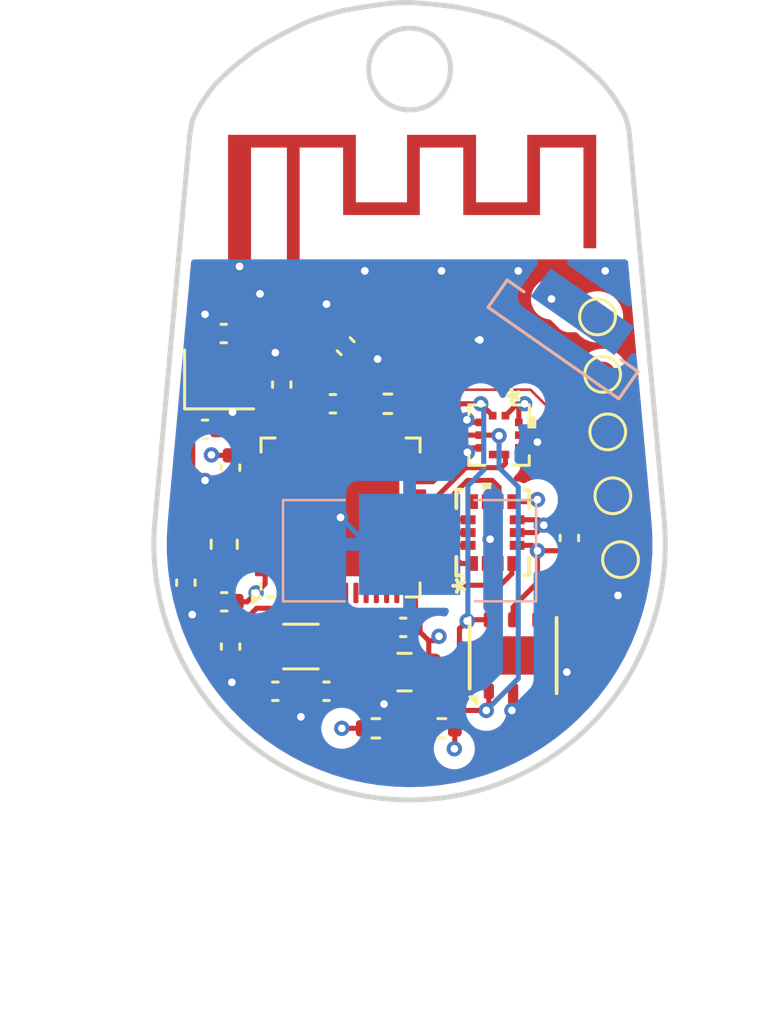
<source format=kicad_pcb>
(kicad_pcb (version 20241229) (generator "pcbnew") (generator_version "9.0")
  (layers (0 "F.Cu" signal) (4 "In1.Cu" signal) (6 "In2.Cu" signal) (2 "B.Cu" signal) (13 "F.Paste" user) (15 "B.Paste" user) (5 "F.SilkS" user "F.Silkscreen") (7 "B.SilkS" user "B.Silkscreen") (1 "F.Mask" user) (3 "B.Mask" user) (25 "Edge.Cuts" user))
  (net 0 "")
  (net 1 "GND")
  (net 2 "Net-(AE1-A)")
  (net 3 "VDD")
  (net 4 "Net-(C2-Pad2)")
  (net 5 "Net-(U1-XC1)")
  (net 6 "Net-(U1-XC2)")
  (net 7 "Net-(U1-ANT)")
  (net 8 "Net-(U1-DEC3)")
  (net 9 "Net-(U1-DEC1)")
  (net 10 "Net-(U1-DEC4)")
  (net 11 "Net-(U1-P0.00{slash}XL1)")
  (net 12 "Net-(U1-P0.01{slash}XL2)")
  (net 13 "Net-(L4-Pad2)")
  (net 14 "Net-(U1-DCC)")
  (net 15 "SWDIO")
  (net 16 "SWDCLK")
  (net 17 "RESET")
  (net 18 "INT_IMU2")
  (net 19 "INT_IMU1")
  (net 26 "Net-(D1-A)")
  (net 28 "CS")
  (net 29 "BMP_INT")
  (net 33 "SPI_CLK")
  (net 34 "I2C_SCL")
  (net 36 "MISO")
  (net 39 "I2C_SDA")
  (net 42 "MOSI")
  (net 54 "RED")
  (footprint "Package_DFN_QFN:QFN-48-1EP_6x6mm_P0.4mm_EP4.6x4.6mm" (layer "F.Cu") (at 123.55 70.95 90)
    (property "Reference" "U1" (hide yes))
    (property "Value" "nRF52832-QFxx")
    (pad "1" smd roundrect (at -2.95 -2.2 90) (size 0.8 0.2) (layers "F.Cu" "F.Mask" "F.Paste") (net 9 "Net-(U1-DEC1)"))
    (pad "2" smd roundrect (at -2.95 -1.8 90) (size 0.8 0.2) (layers "F.Cu" "F.Mask" "F.Paste") (net 11 "Net-(U1-P0.00{slash}XL1)"))
    (pad "3" smd roundrect (at -2.95 -1.4 90) (size 0.8 0.2) (layers "F.Cu" "F.Mask" "F.Paste") (net 12 "Net-(U1-P0.01{slash}XL2)"))
    (pad "4" smd roundrect (at -2.95 -1 90) (size 0.8 0.2) (layers "F.Cu" "F.Mask" "F.Paste"))
    (pad "5" smd roundrect (at -2.95 -0.6 90) (size 0.8 0.2) (layers "F.Cu" "F.Mask" "F.Paste"))
    (pad "6" smd roundrect (at -2.95 -0.2 90) (size 0.8 0.2) (layers "F.Cu" "F.Mask" "F.Paste"))
    (pad "7" smd roundrect (at -2.95 0.2 90) (size 0.8 0.2) (layers "F.Cu" "F.Mask" "F.Paste"))
    (pad "8" smd roundrect (at -2.95 0.6 90) (size 0.8 0.2) (layers "F.Cu" "F.Mask" "F.Paste"))
    (pad "9" smd roundrect (at -2.95 1 90) (size 0.8 0.2) (layers "F.Cu" "F.Mask" "F.Paste"))
    (pad "10" smd roundrect (at -2.95 1.4 90) (size 0.8 0.2) (layers "F.Cu" "F.Mask" "F.Paste"))
    (pad "11" smd roundrect (at -2.95 1.8 90) (size 0.8 0.2) (layers "F.Cu" "F.Mask" "F.Paste"))
    (pad "12" smd roundrect (at -2.95 2.2 90) (size 0.8 0.2) (layers "F.Cu" "F.Mask" "F.Paste"))
    (pad "13" smd roundrect (at -2.2 2.95 90) (size 0.2 0.8) (layers "F.Cu" "F.Mask" "F.Paste") (net 3 "VDD"))
    (pad "14" smd roundrect (at -1.8 2.95 90) (size 0.2 0.8) (layers "F.Cu" "F.Mask" "F.Paste") (net 19 "INT_IMU1"))
    (pad "15" smd roundrect (at -1.4 2.95 90) (size 0.2 0.8) (layers "F.Cu" "F.Mask" "F.Paste") (net 36 "MISO"))
    (pad "16" smd roundrect (at -1 2.95 90) (size 0.2 0.8) (layers "F.Cu" "F.Mask" "F.Paste") (net 42 "MOSI"))
    (pad "17" smd roundrect (at -0.6 2.95 90) (size 0.2 0.8) (layers "F.Cu" "F.Mask" "F.Paste") (net 33 "SPI_CLK"))
    (pad "18" smd roundrect (at -0.2 2.95 90) (size 0.2 0.8) (layers "F.Cu" "F.Mask" "F.Paste") (net 28 "CS"))
    (pad "19" smd roundrect (at 0.2 2.95 90) (size 0.2 0.8) (layers "F.Cu" "F.Mask" "F.Paste") (net 18 "INT_IMU2"))
    (pad "20" smd roundrect (at 0.6 2.95 90) (size 0.2 0.8) (layers "F.Cu" "F.Mask" "F.Paste") (net 29 "BMP_INT"))
    (pad "21" smd roundrect (at 1 2.95 90) (size 0.2 0.8) (layers "F.Cu" "F.Mask" "F.Paste"))
    (pad "22" smd roundrect (at 1.4 2.95 90) (size 0.2 0.8) (layers "F.Cu" "F.Mask" "F.Paste") (net 39 "I2C_SDA"))
    (pad "23" smd roundrect (at 1.8 2.95 90) (size 0.2 0.8) (layers "F.Cu" "F.Mask" "F.Paste") (net 34 "I2C_SCL"))
    (pad "24" smd roundrect (at 2.2 2.95 90) (size 0.2 0.8) (layers "F.Cu" "F.Mask" "F.Paste") (net 17 "RESET"))
    (pad "25" smd roundrect (at 2.95 2.2 90) (size 0.8 0.2) (layers "F.Cu" "F.Mask" "F.Paste") (net 16 "SWDCLK"))
    (pad "26" smd roundrect (at 2.95 1.8 90) (size 0.8 0.2) (layers "F.Cu" "F.Mask" "F.Paste") (net 15 "SWDIO"))
    (pad "27" smd roundrect (at 2.95 1.4 90) (size 0.8 0.2) (layers "F.Cu" "F.Mask" "F.Paste"))
    (pad "28" smd roundrect (at 2.95 1 90) (size 0.8 0.2) (layers "F.Cu" "F.Mask" "F.Paste") (net 54 "RED"))
    (pad "29" smd roundrect (at 2.95 0.6 90) (size 0.8 0.2) (layers "F.Cu" "F.Mask" "F.Paste"))
    (pad "30" smd roundrect (at 2.95 0.2 90) (size 0.8 0.2) (layers "F.Cu" "F.Mask" "F.Paste") (net 7 "Net-(U1-ANT)"))
    (pad "31" smd roundrect (at 2.95 -0.2 90) (size 0.8 0.2) (layers "F.Cu" "F.Mask" "F.Paste") (net 1 "GND"))
    (pad "32" smd roundrect (at 2.95 -0.6 90) (size 0.8 0.2) (layers "F.Cu" "F.Mask" "F.Paste"))
    (pad "33" smd roundrect (at 2.95 -1 90) (size 0.8 0.2) (layers "F.Cu" "F.Mask" "F.Paste") (net 8 "Net-(U1-DEC3)"))
    (pad "34" smd roundrect (at 2.95 -1.4 90) (size 0.8 0.2) (layers "F.Cu" "F.Mask" "F.Paste") (net 5 "Net-(U1-XC1)"))
    (pad "35" smd roundrect (at 2.95 -1.8 90) (size 0.8 0.2) (layers "F.Cu" "F.Mask" "F.Paste") (net 6 "Net-(U1-XC2)"))
    (pad "36" smd roundrect (at 2.95 -2.2 90) (size 0.8 0.2) (layers "F.Cu" "F.Mask" "F.Paste") (net 3 "VDD"))
    (pad "37" smd roundrect (at 2.2 -2.95 90) (size 0.2 0.8) (layers "F.Cu" "F.Mask" "F.Paste"))
    (pad "38" smd roundrect (at 1.8 -2.95 90) (size 0.2 0.8) (layers "F.Cu" "F.Mask" "F.Paste"))
    (pad "39" smd roundrect (at 1.4 -2.95 90) (size 0.2 0.8) (layers "F.Cu" "F.Mask" "F.Paste"))
    (pad "40" smd roundrect (at 1 -2.95 90) (size 0.2 0.8) (layers "F.Cu" "F.Mask" "F.Paste"))
    (pad "41" smd roundrect (at 0.6 -2.95 90) (size 0.2 0.8) (layers "F.Cu" "F.Mask" "F.Paste"))
    (pad "42" smd roundrect (at 0.2 -2.95 90) (size 0.2 0.8) (layers "F.Cu" "F.Mask" "F.Paste"))
    (pad "43" smd roundrect (at -0.2 -2.95 90) (size 0.2 0.8) (layers "F.Cu" "F.Mask" "F.Paste"))
    (pad "44" smd roundrect (at -0.6 -2.95 90) (size 0.2 0.8) (layers "F.Cu" "F.Mask" "F.Paste"))
    (pad "45" smd roundrect (at -1 -2.95 90) (size 0.2 0.8) (layers "F.Cu" "F.Mask" "F.Paste") (net 1 "GND"))
    (pad "46" smd roundrect (at -1.4 -2.95 90) (size 0.2 0.8) (layers "F.Cu" "F.Mask" "F.Paste") (net 10 "Net-(U1-DEC4)"))
    (pad "47" smd roundrect (at -1.8 -2.95 90) (size 0.2 0.8) (layers "F.Cu" "F.Mask" "F.Paste") (net 14 "Net-(U1-DCC)"))
    (pad "48" smd roundrect (at -2.2 -2.95 90) (size 0.2 0.8) (layers "F.Cu" "F.Mask" "F.Paste") (net 3 "VDD"))
    (pad "49" smd rect (at 0 0 90) (size 4.6 4.6) (property pad_prop_heatsink) (layers "F.Cu" "F.Mask") (net 1 "GND"))
  )
  (footprint "Inductor_SMD:L_0402_1005Metric" (layer "F.Cu") (at 124.5 63.5 -45)
    (property "Reference" "L1" (hide yes))
    (property "Value" "nc")
    (pad "1" smd roundrect (at -0.485 0 315) (size 0.59 0.64) (layers "F.Cu" "F.Mask" "F.Paste") (net 4 "Net-(C2-Pad2)"))
    (pad "2" smd roundrect (at 0.485 0 315) (size 0.59 0.64) (layers "F.Cu" "F.Mask" "F.Paste") (net 1 "GND"))
  )
  (footprint "Capacitor_SMD:C_0402_1005Metric" (layer "F.Cu") (at 132.5 71.75 90)
    (property "Reference" "C14" (hide yes))
    (property "Value" "100nF")
    (pad "1" smd roundrect (at -0.48 0 90) (size 0.56 0.62) (layers "F.Cu" "F.Mask" "F.Paste") (net 3 "VDD"))
    (pad "2" smd roundrect (at 0.48 0 90) (size 0.56 0.62) (layers "F.Cu" "F.Mask" "F.Paste") (net 1 "GND"))
  )
  (footprint "Capacitor_SMD:C_0402_1005Metric" (layer "F.Cu") (at 123.25 66.5 180)
    (property "Reference" "C6" (hide yes))
    (property "Value" "0.8pF NP0 5%")
    (pad "1" smd roundrect (at -0.48 0 180) (size 0.56 0.62) (layers "F.Cu" "F.Mask" "F.Paste") (net 7 "Net-(U1-ANT)"))
    (pad "2" smd roundrect (at 0.48 0 180) (size 0.56 0.62) (layers "F.Cu" "F.Mask" "F.Paste") (net 1 "GND"))
  )
  (footprint "Resistor_SMD:R_0402_1005Metric" (layer "F.Cu") (at 125.4 66.5 180)
    (property "Reference" "R1" (hide yes))
    (property "Value" "1R1")
    (pad "1" smd roundrect (at -0.51 0 180) (size 0.54 0.64) (layers "F.Cu" "F.Mask" "F.Paste") (net 26 "Net-(D1-A)"))
    (pad "2" smd roundrect (at 0.51 0 180) (size 0.54 0.64) (layers "F.Cu" "F.Mask" "F.Paste") (net 54 "RED"))
  )
  (footprint "Inductor_SMD:L_0603_1608Metric" (layer "F.Cu") (at 119 72 -90)
    (property "Reference" "L5" (hide yes))
    (property "Value" "10uH")
    (pad "1" smd roundrect (at -0.7875 0 270) (size 0.875 0.95) (layers "F.Cu" "F.Mask" "F.Paste") (net 13 "Net-(L4-Pad2)"))
    (pad "2" smd roundrect (at 0.7875 0 270) (size 0.875 0.95) (layers "F.Cu" "F.Mask" "F.Paste") (net 14 "Net-(U1-DCC)"))
  )
  (footprint "TestPoint:TestPoint_Pad_D1.0mm" (layer "F.Cu") (at 134 67.6)
    (property "Reference" "TP2" (hide yes))
    (property "Value" "TestPoint")
    (pad "1" smd circle (at 0 0) (size 1 1) (layers "F.Cu" "F.Mask") (net 16 "SWDCLK"))
  )
  (footprint "TestPoint:TestPoint_Pad_D1.0mm" (layer "F.Cu") (at 133.8 65.35)
    (property "Reference" "TP3" (hide yes))
    (property "Value" "TestPoint")
    (pad "1" smd circle (at 0 0) (size 1 1) (layers "F.Cu" "F.Mask") (net 15 "SWDIO"))
  )
  (footprint "LED_SMD:LED_0402_1005Metric" (layer "F.Cu") (at 127.8 64 180)
    (property "Reference" "D1" (hide yes))
    (property "Value" "LED")
    (pad "1" smd roundrect (at -0.485 0 180) (size 0.59 0.64) (layers "F.Cu" "F.Mask" "F.Paste") (net 1 "GND"))
    (pad "2" smd roundrect (at 0.485 0 180) (size 0.59 0.64) (layers "F.Cu" "F.Mask" "F.Paste") (net 26 "Net-(D1-A)"))
  )
  (footprint "Capacitor_SMD:C_0805_2012Metric" (layer "F.Cu") (at 126.05 77 180)
    (property "Reference" "C1" (hide yes))
    (property "Value" "47uF")
    (pad "1" smd roundrect (at -0.95 0 180) (size 1 1.45) (layers "F.Cu" "F.Mask" "F.Paste") (net 3 "VDD"))
    (pad "2" smd roundrect (at 0.95 0 180) (size 1 1.45) (layers "F.Cu" "F.Mask" "F.Paste") (net 1 "GND"))
  )
  (footprint "Resistor_SMD:R_0402_1005Metric" (layer "F.Cu") (at 124.93 79.2 180)
    (property "Reference" "R2" (hide yes))
    (property "Value" "10k")
    (pad "1" smd roundrect (at -0.51 0 180) (size 0.54 0.64) (layers "F.Cu" "F.Mask" "F.Paste") (net 34 "I2C_SCL"))
    (pad "2" smd roundrect (at 0.51 0 180) (size 0.54 0.64) (layers "F.Cu" "F.Mask" "F.Paste") (net 3 "VDD"))
  )
  (footprint "Inductor_SMD:L_0402_1005Metric" (layer "F.Cu") (at 117.75 71.5 90)
    (property "Reference" "L4" (hide yes))
    (property "Value" "15nH")
    (pad "1" smd roundrect (at -0.485 0 90) (size 0.59 0.64) (layers "F.Cu" "F.Mask" "F.Paste") (net 10 "Net-(U1-DEC4)"))
    (pad "2" smd roundrect (at 0.485 0 90) (size 0.59 0.64) (layers "F.Cu" "F.Mask" "F.Paste") (net 13 "Net-(L4-Pad2)"))
  )
  (footprint "Capacitor_SMD:C_0402_1005Metric" (layer "F.Cu") (at 123 77.75)
    (property "Reference" "C13" (hide yes))
    (property "Value" "12pF")
    (pad "1" smd roundrect (at -0.48 0) (size 0.56 0.62) (layers "F.Cu" "F.Mask" "F.Paste") (net 1 "GND"))
    (pad "2" smd roundrect (at 0.48 0) (size 0.56 0.62) (layers "F.Cu" "F.Mask" "F.Paste") (net 12 "Net-(U1-P0.01{slash}XL2)"))
  )
  (footprint "Inductor_SMD:L_0402_1005Metric" (layer "F.Cu") (at 123 65 -45)
    (property "Reference" "L3" (hide yes))
    (property "Value" "3.9nH")
    (pad "1" smd roundrect (at -0.485 0.000001 315) (size 0.59 0.64) (layers "F.Cu" "F.Mask" "F.Paste") (net 4 "Net-(C2-Pad2)"))
    (pad "2" smd roundrect (at 0.485 -0.000001 315) (size 0.59 0.64) (layers "F.Cu" "F.Mask" "F.Paste") (net 7 "Net-(U1-ANT)"))
  )
  (footprint "RF_Antenna:Texas_SWRA117D_2.4GHz_Right" (layer "F.Cu") (at 121.7 61.125)
    (property "Reference" "AE1" (hide yes))
    (property "Value" "Antenna_Shield")
    (fp_poly (pts (xy 2.45 -2.51) (xy 4.45 -2.51) (xy 4.45 -5.15) (xy 7.15 -5.15) (xy 7.15 -2.51) (xy 9.15 -2.51) (xy 9.15 -5.15) (xy 11.85 -5.15) (xy 11.85 -0.71) (xy 11.35 -0.71) (xy 11.35 -4.65) (xy 9.65 -4.65) (xy 9.65 -2.01) (xy 6.65 -2.01) (xy 6.65 -4.65) (xy 4.95 -4.65) (xy 4.95 -2.01) (xy 1.95 -2.01) (xy 1.95 -4.65) (xy 0.25 -4.65) (xy 0.25 0.25) (xy -0.25 0.25) (xy -0.25 -4.65) (xy -1.65 -4.65) (xy -1.65 0.25) (xy -2.55 0.25) (xy -2.55 0.006785) (xy -2.247583 0.006785) (xy -2.237742 0.054395) (xy -2.213674 0.096797) (xy -2.175731 0.129581) (xy -2.167819 0.133935) (xy -2.125156 0.146043) (xy -2.076637 0.1453) (xy -2.031122 0.1324) (xy -2.012511 0.121787) (xy -1.978868 0.086553) (xy -1.958309 0.041368) (xy -1.951778 -0.008158) (xy -1.960218 -0.056417) (xy -1.977112 -0.088643) (xy -2.012372 -0.121313) (xy -2.057682 -0.141408) (xy -2.107267 -0.147982) (xy -2.155353 -0.140092) (xy -2.188245 -0.123186) (xy -2.223185 -0.086416) (xy -2.242847 -0.041622) (xy -2.247583 0.006785) (xy -2.55 0.006785) (xy -2.55 -5.15) (xy 2.45 -5.15) (xy 2.45 -2.51)) (fill yes) (layer "F.Cu"))
    (pad "1" connect rect (at 0 0) (size 0.5 0.5) (layers "F.Cu") (net 2 "Net-(AE1-A)"))
    (pad "2" thru_hole rect (at -2.1 0) (size 0.9 0.5) (drill 0.3) (layers "*.Cu") (net 1 "GND"))
  )
  (footprint "Capacitor_SMD:C_0402_1005Metric" (layer "F.Cu") (at 119.25 69 -90)
    (property "Reference" "C5" (hide yes))
    (property "Value" "100nF")
    (pad "1" smd roundrect (at -0.48 0 270) (size 0.56 0.62) (layers "F.Cu" "F.Mask" "F.Paste") (net 3 "VDD"))
    (pad "2" smd roundrect (at 0.48 0 270) (size 0.56 0.62) (layers "F.Cu" "F.Mask" "F.Paste") (net 1 "GND"))
  )
  (footprint "Capacitor_SMD:C_0402_1005Metric" (layer "F.Cu") (at 118.98 63.75)
    (property "Reference" "C3" (hide yes))
    (property "Value" "12pF")
    (pad "1" smd roundrect (at -0.48 0) (size 0.56 0.62) (layers "F.Cu" "F.Mask" "F.Paste") (net 1 "GND"))
    (pad "2" smd roundrect (at 0.48 0) (size 0.56 0.62) (layers "F.Cu" "F.Mask" "F.Paste") (net 5 "Net-(U1-XC1)"))
  )
  (footprint "Crystal:Crystal_SMD_3215-2Pin_3.2x1.5mm" (layer "F.Cu") (at 122 76)
    (property "Reference" "Y2" (hide yes))
    (property "Value" "C5185312")
    (pad "1" smd rect (at 1.25 0) (size 1 1.8) (layers "F.Cu" "F.Mask" "F.Paste") (net 12 "Net-(U1-P0.01{slash}XL2)"))
    (pad "2" smd rect (at -1.25 0) (size 1 1.8) (layers "F.Cu" "F.Mask" "F.Paste") (net 11 "Net-(U1-P0.00{slash}XL1)"))
  )
  (footprint "phyphox-footprints:BMP581" (layer "F.Cu") (at 129.75 67.726999 -90)
    (property "Reference" "U3" (hide yes))
    (property "Value" "BMP580" (hide yes))
    (fp_text user "*" (at -1.535 -0.881 90) (layer "F.SilkS"))
    (fp_text user "*" (at -1.535 -0.881 90) (layer "F.SilkS"))
    (pad "1" smd rect (at -0.760301 -0.25) (size 0.3 0.3) (layers "F.Cu" "F.Mask" "F.Paste") (net 3 "VDD"))
    (pad "2" smd rect (at -0.760301 0.25) (size 0.3 0.3) (layers "F.Cu" "F.Mask" "F.Paste") (net 34 "I2C_SCL"))
    (pad "3" smd rect (at -0.499999 0.773001 270) (size 0.3 0.3) (layers "F.Cu" "F.Mask" "F.Paste") (net 1 "GND"))
    (pad "4" smd rect (at 0 0.773001 270) (size 0.3 0.3) (layers "F.Cu" "F.Mask" "F.Paste") (net 39 "I2C_SDA"))
    (pad "5" smd rect (at 0.499999 0.773001 270) (size 0.3 0.3) (layers "F.Cu" "F.Mask" "F.Paste") (net 1 "GND"))
    (pad "6" smd rect (at 0.760301 0.25) (size 0.3 0.3) (layers "F.Cu" "F.Mask" "F.Paste"))
    (pad "7" smd rect (at 0.760301 -0.25) (size 0.3 0.3) (layers "F.Cu" "F.Mask" "F.Paste") (net 29 "BMP_INT"))
    (pad "8" smd rect (at 0.499999 -0.773001 270) (size 0.3 0.3) (layers "F.Cu" "F.Mask" "F.Paste") (net 1 "GND"))
    (pad "9" smd rect (at 0 -0.773001 270) (size 0.3 0.3) (layers "F.Cu" "F.Mask" "F.Paste") (net 1 "GND"))
    (pad "10" smd rect (at -0.499999 -0.773001 270) (size 0.3 0.3) (layers "F.Cu" "F.Mask" "F.Paste") (net 3 "VDD"))
  )
  (footprint "phyphox-footprints:lsm6dsr" (layer "F.Cu") (at 129.499999 71.5397 90)
    (property "Reference" "U2" (hide yes))
    (property "Value" "LSM6DSRTR")
    (fp_text user "*" (at -2.0828 -1 90) (layer "F.SilkS"))
    (fp_text user "*" (at -2.0828 -1 90) (layer "F.SilkS"))
    (pad "1" smd rect (at -1.2103 -0.750001 180) (size 0.351536 0.57658) (layers "F.Cu" "F.Mask" "F.Paste") (net 36 "MISO"))
    (pad "2" smd rect (at -1.2103 -0.25 180) (size 0.351536 0.57658) (layers "F.Cu" "F.Mask" "F.Paste") (net 1 "GND"))
    (pad "3" smd rect (at -1.2103 0.25 180) (size 0.351536 0.57658) (layers "F.Cu" "F.Mask" "F.Paste") (net 1 "GND"))
    (pad "4" smd rect (at -1.2103 0.750001 180) (size 0.351536 0.57658) (layers "F.Cu" "F.Mask" "F.Paste") (net 19 "INT_IMU1"))
    (pad "5" smd rect (at -0.499999 0.9563 90) (size 0.351536 0.57658) (layers "F.Cu" "F.Mask" "F.Paste") (net 3 "VDD"))
    (pad "6" smd rect (at 0 0.9563 90) (size 0.351536 0.57658) (layers "F.Cu" "F.Mask" "F.Paste") (net 1 "GND"))
    (pad "7" smd rect (at 0.499999 0.9563 90) (size 0.351536 0.57658) (layers "F.Cu" "F.Mask" "F.Paste") (net 1 "GND"))
    (pad "8" smd rect (at 1.2103 0.750001 180) (size 0.351536 0.57658) (layers "F.Cu" "F.Mask" "F.Paste") (net 3 "VDD"))
    (pad "9" smd rect (at 1.2103 0.25 180) (size 0.351536 0.57658) (layers "F.Cu" "F.Mask" "F.Paste") (net 18 "INT_IMU2"))
    (pad "10" smd rect (at 1.2103 -0.25 180) (size 0.351536 0.57658) (layers "F.Cu" "F.Mask" "F.Paste"))
    (pad "11" smd rect (at 1.2103 -0.750001 180) (size 0.351536 0.57658) (layers "F.Cu" "F.Mask" "F.Paste"))
    (pad "12" smd rect (at 0.499999 -0.9563 90) (size 0.351536 0.57658) (layers "F.Cu" "F.Mask" "F.Paste") (net 28 "CS"))
    (pad "13" smd rect (at 0 -0.9563 90) (size 0.351536 0.57658) (layers "F.Cu" "F.Mask" "F.Paste") (net 33 "SPI_CLK"))
    (pad "14" smd rect (at -0.499999 -0.9563 90) (size 0.351536 0.57658) (layers "F.Cu" "F.Mask" "F.Paste") (net 42 "MOSI"))
  )
  (footprint "Capacitor_SMD:C_0402_1005Metric" (layer "F.Cu") (at 123.75 64.25 135)
    (property "Reference" "C2" (hide yes))
    (property "Value" "nc")
    (pad "1" smd roundrect (at -0.48 0 135) (size 0.56 0.62) (layers "F.Cu" "F.Mask" "F.Paste") (net 1 "GND"))
    (pad "2" smd roundrect (at 0.48 0 135) (size 0.56 0.62) (layers "F.Cu" "F.Mask" "F.Paste") (net 4 "Net-(C2-Pad2)"))
  )
  (footprint "TestPoint:TestPoint_Pad_D1.0mm" (layer "F.Cu") (at 134.5 72.6)
    (property "Reference" "TP6" (hide yes))
    (property "Value" "TestPoint")
    (pad "1" smd circle (at 0 0) (size 1 1) (layers "F.Cu" "F.Mask") (net 1 "GND"))
  )
  (footprint "Inductor_SMD:L_0402_1005Metric" (layer "F.Cu") (at 121.75 63.25 -90)
    (property "Reference" "L2" (hide yes))
    (property "Value" "nc")
    (pad "1" smd roundrect (at -0.485 0 270) (size 0.59 0.64) (layers "F.Cu" "F.Mask" "F.Paste") (net 2 "Net-(AE1-A)"))
    (pad "2" smd roundrect (at 0.485 0 270) (size 0.59 0.64) (layers "F.Cu" "F.Mask" "F.Paste") (net 4 "Net-(C2-Pad2)"))
  )
  (footprint "Package_SON:Texas_PWSON-N6" (layer "F.Cu") (at 130.3 76.35 90)
    (property "Reference" "U4" (hide yes))
    (property "Value" "HDC1080")
    (pad "1" smd roundrect (at -1.4 -0.95 90) (size 0.6 0.4) (layers "F.Cu" "F.Mask" "F.Paste") (net 39 "I2C_SDA"))
    (pad "2" smd roundrect (at -1.4 0 90) (size 0.6 0.4) (layers "F.Cu" "F.Mask" "F.Paste") (net 1 "GND"))
    (pad "3" smd roundrect (at -1.4 0.95 90) (size 0.6 0.4) (layers "F.Cu" "F.Mask" "F.Paste"))
    (pad "4" smd roundrect (at 1.4 0.95 90) (size 0.6 0.4) (layers "F.Cu" "F.Mask" "F.Paste"))
    (pad "5" smd roundrect (at 1.4 0 90) (size 0.6 0.4) (layers "F.Cu" "F.Mask" "F.Paste") (net 3 "VDD"))
    (pad "6" smd roundrect (at 1.4 -0.95 90) (size 0.6 0.4) (layers "F.Cu" "F.Mask" "F.Paste") (net 34 "I2C_SCL"))
    (pad "7" smd rect (at 0 0 90) (size 1.5 2.4) (layers "F.Cu" "F.Mask"))
  )
  (footprint "Capacitor_SMD:C_0402_1005Metric" (layer "F.Cu") (at 121.25 65.75 90)
    (property "Reference" "C8" (hide yes))
    (property "Value" "100pF")
    (pad "1" smd roundrect (at -0.48 0 90) (size 0.56 0.62) (layers "F.Cu" "F.Mask" "F.Paste") (net 8 "Net-(U1-DEC3)"))
    (pad "2" smd roundrect (at 0.48 0 90) (size 0.56 0.62) (layers "F.Cu" "F.Mask" "F.Paste") (net 1 "GND"))
  )
  (footprint "Crystal:Crystal_SMD_2016-4Pin_2.0x1.6mm" (layer "F.Cu") (at 118.8 65.55)
    (property "Reference" "Y1" (hide yes))
    (property "Value" "32MHz")
    (pad "1" smd rect (at -0.7 0.55) (size 0.9 0.8) (layers "F.Cu" "F.Mask" "F.Paste") (net 6 "Net-(U1-XC2)"))
    (pad "2" smd rect (at 0.7 0.55) (size 0.9 0.8) (layers "F.Cu" "F.Mask" "F.Paste") (net 1 "GND"))
    (pad "3" smd rect (at 0.7 -0.55) (size 0.9 0.8) (layers "F.Cu" "F.Mask" "F.Paste") (net 5 "Net-(U1-XC1)"))
    (pad "4" smd rect (at -0.7 -0.55) (size 0.9 0.8) (layers "F.Cu" "F.Mask" "F.Paste") (net 1 "GND"))
  )
  (footprint "Capacitor_SMD:C_0402_1005Metric" (layer "F.Cu") (at 119.25 76 -90)
    (property "Reference" "C9" (hide yes))
    (property "Value" "100nF")
    (pad "1" smd roundrect (at -0.48 0 270) (size 0.56 0.62) (layers "F.Cu" "F.Mask" "F.Paste") (net 9 "Net-(U1-DEC1)"))
    (pad "2" smd roundrect (at 0.48 0 270) (size 0.56 0.62) (layers "F.Cu" "F.Mask" "F.Paste") (net 1 "GND"))
  )
  (footprint "TestPoint:TestPoint_Pad_D1.0mm" (layer "F.Cu") (at 134.2 70.1)
    (property "Reference" "TP4" (hide yes))
    (property "Value" "TestPoint")
    (pad "1" smd circle (at 0 0) (size 1 1) (layers "F.Cu" "F.Mask") (net 17 "RESET"))
  )
  (footprint "TestPoint:TestPoint_Pad_D1.0mm" (layer "F.Cu") (at 133.6 63.1)
    (property "Reference" "TP7" (hide yes))
    (property "Value" "TestPoint")
    (pad "1" smd circle (at 0 0) (size 1 1) (layers "F.Cu" "F.Mask") (net 3 "VDD"))
  )
  (footprint "Capacitor_SMD:C_0402_1005Metric" (layer "F.Cu") (at 119 74.25)
    (property "Reference" "C7" (hide yes))
    (property "Value" "4.7uF")
    (pad "1" smd roundrect (at -0.48 0) (size 0.56 0.62) (layers "F.Cu" "F.Mask" "F.Paste") (net 1 "GND"))
    (pad "2" smd roundrect (at 0.48 0) (size 0.56 0.62) (layers "F.Cu" "F.Mask" "F.Paste") (net 3 "VDD"))
  )
  (footprint "Capacitor_SMD:C_0402_1005Metric" (layer "F.Cu") (at 118.25 67.5)
    (property "Reference" "C4" (hide yes))
    (property "Value" "12pF")
    (pad "1" smd roundrect (at -0.48 0) (size 0.56 0.62) (layers "F.Cu" "F.Mask" "F.Paste") (net 1 "GND"))
    (pad "2" smd roundrect (at 0.48 0) (size 0.56 0.62) (layers "F.Cu" "F.Mask" "F.Paste") (net 6 "Net-(U1-XC2)"))
  )
  (footprint "Capacitor_SMD:C_0402_1005Metric" (layer "F.Cu") (at 117.5 73.5 90)
    (property "Reference" "C10" (hide yes))
    (property "Value" "1uF")
    (pad "1" smd roundrect (at -0.48 0 90) (size 0.56 0.62) (layers "F.Cu" "F.Mask" "F.Paste") (net 1 "GND"))
    (pad "2" smd roundrect (at 0.48 0 90) (size 0.56 0.62) (layers "F.Cu" "F.Mask" "F.Paste") (net 10 "Net-(U1-DEC4)"))
  )
  (footprint "Resistor_SMD:R_0402_1005Metric" (layer "F.Cu") (at 127.51 79.2)
    (property "Reference" "R3" (hide yes))
    (property "Value" "10k")
    (pad "1" smd roundrect (at -0.51 0) (size 0.54 0.64) (layers "F.Cu" "F.Mask" "F.Paste") (net 39 "I2C_SDA"))
    (pad "2" smd roundrect (at 0.51 0) (size 0.54 0.64) (layers "F.Cu" "F.Mask" "F.Paste") (net 3 "VDD"))
  )
  (footprint "Capacitor_SMD:C_0402_1005Metric" (layer "F.Cu") (at 126 75.25 180)
    (property "Reference" "C11" (hide yes))
    (property "Value" "100nF")
    (pad "1" smd roundrect (at -0.48 0 180) (size 0.56 0.62) (layers "F.Cu" "F.Mask" "F.Paste") (net 3 "VDD"))
    (pad "2" smd roundrect (at 0.48 0 180) (size 0.56 0.62) (layers "F.Cu" "F.Mask" "F.Paste") (net 1 "GND"))
  )
  (footprint "Capacitor_SMD:C_0402_1005Metric" (layer "F.Cu") (at 121 77.75 180)
    (property "Reference" "C12" (hide yes))
    (property "Value" "12pF")
    (pad "1" smd roundrect (at -0.48 0 180) (size 0.56 0.62) (layers "F.Cu" "F.Mask" "F.Paste") (net 1 "GND"))
    (pad "2" smd roundrect (at 0.48 0 180) (size 0.56 0.62) (layers "F.Cu" "F.Mask" "F.Paste") (net 11 "Net-(U1-P0.00{slash}XL1)"))
  )
  (footprint "phyphox-footprints:BAT_120TR" (layer "B.Cu") (at 133.009989 62.896349 55)
    (property "Reference" "TP1" (hide yes))
    (property "Value" "TestPoint")
    (pad "1" smd rect (at 0 0 55) (size 1.35 4) (layers "B.Cu" "B.Mask" "B.Paste") (net 3 "VDD"))
  )
  (footprint "phyphox-footprints:112TR" (layer "B.Cu") (at 126.25 72.25 180)
    (property "Reference" "TP5" (hide yes))
    (property "Value" "TestPoint" (hide yes))
    (pad "1" smd rect (at 0 0.25 270) (size 3.96 3.96) (layers "B.Cu" "B.Mask" "B.Paste") (net 1 "GND"))
  )
  (gr_line (start 134.644453 55.159407) (end 134.301911 54.595576) (stroke (width 0.2)) (layer "Edge.Cuts"))
  (gr_arc (start 136.20972 71.103348) (mid 126.25 82) (end 116.29028 71.103348) (stroke (width 0.2)) (layer "Edge.Cuts"))
  (gr_line (start 131.971337 52.446608) (end 131.16193 51.99669) (stroke (width 0.2)) (layer "Edge.Cuts"))
  (gr_circle (center 126.25 53.4) (end 124.65 53.4) (stroke (width 0.2)) (fill no) (layer "Edge.Cuts"))
  (gr_line (start 133.622883 53.755754) (end 133.010776 53.217233) (stroke (width 0.2)) (layer "Edge.Cuts"))
  (gr_curve (pts (xy 121.338071 51.99669) (xy 120.923012 52.212994) (xy 120.528663 52.446608) (xy 120.156564 52.693982)) (stroke (width 0.2)) (layer "Edge.Cuts"))
  (gr_line (start 117.65 56) (end 116.29028 71.103348) (stroke (width 0.2)) (layer "Edge.Cuts"))
  (gr_curve (pts (xy 129.856158 51.403261) (xy 128.399367 50.998371) (xy 127.8894 50.900463) (xy 126.25 50.8)) (stroke (width 0.2)) (layer "Edge.Cuts"))
  (gr_curve (pts (xy 118.198089 54.595576) (xy 118.008106 54.877011) (xy 117.855548 55.159407) (xy 117.743614 55.441166)) (stroke (width 0.2)) (layer "Edge.Cuts"))
  (gr_line (start 119.489225 53.217233) (end 120.156564 52.693982) (stroke (width 0.2)) (layer "Edge.Cuts"))
  (gr_curve (pts (xy 134.85 56) (xy 134.824915 55.721365) (xy 134.756387 55.441166) (xy 134.644453 55.159407)) (stroke (width 0.2)) (layer "Edge.Cuts"))
  (gr_line (start 117.743614 55.441166) (end 117.65 56) (stroke (width 0.2)) (layer "Edge.Cuts"))
  (gr_curve (pts (xy 126.25 50.8) (xy 125.685117 50.8) (xy 125.138655 50.833498) (xy 123.608944 51.124071)) (stroke (width 0.2)) (layer "Edge.Cuts"))
  (gr_curve (pts (xy 119.489225 53.217233) (xy 119.169363 53.482676) (xy 118.877117 53.755754) (xy 118.615482 54.033668)) (stroke (width 0.2)) (layer "Edge.Cuts"))
  (gr_line (start 136.20972 71.103348) (end 134.85 56) (stroke (width 0.2)) (layer "Edge.Cuts"))
  (gr_line (start 118.198089 54.595576) (end 118.615482 54.033668) (stroke (width 0.2)) (layer "Edge.Cuts"))
  (gr_curve (pts (xy 134.301911 54.595576) (xy 134.111928 54.314141) (xy 133.884519 54.033668) (xy 133.622883 53.755754)) (stroke (width 0.2)) (layer "Edge.Cuts"))
  (gr_line (start 121.338071 51.99669) (end 122.1889 51.581393) (stroke (width 0.2)) (layer "Edge.Cuts"))
  (gr_curve (pts (xy 131.16193 51.99669) (xy 130.74687 51.780386) (xy 130.3111 51.581393) (xy 129.856158 51.403261)) (stroke (width 0.2)) (layer "Edge.Cuts"))
  (gr_curve (pts (xy 123.608944 51.124071) (xy 123.117254 51.24977) (xy 122.643843 51.403261) (xy 122.1889 51.581393)) (stroke (width 0.2)) (layer "Edge.Cuts"))
  (gr_curve (pts (xy 133.010776 53.217233) (xy 132.690914 52.95179) (xy 132.343436 52.693982) (xy 131.971337 52.446608)) (stroke (width 0.2)) (layer "Edge.Cuts"))
  (segment (start 125.1 78.1) (end 125.25 78.25) (width 0.2) (layer "F.Cu") (net 1))
  (segment (start 123.35 67.08) (end 123.35 68) (width 0.2) (layer "F.Cu") (net 1))
  (segment (start 117.5 73.98) (end 117.5 74.5) (width 0.2) (layer "F.Cu") (net 1))
  (segment (start 134.5 72.6) (end 134.5 73.9) (width 0.2) (layer "F.Cu") (net 1))
  (segment (start 125.1 77) (end 125.1 75.67) (width 0.2) (layer "F.Cu") (net 1))
  (segment (start 118.75 70) (end 118.25 69.5) (width 0.2) (layer "F.Cu") (net 1))
  (segment (start 124.839411 64.589411) (end 125 64.75) (width 0.2) (layer "F.Cu") (net 1))
  (segment (start 130.523001 67.726999) (end 130.976999 67.726999) (width 0.2) (layer "F.Cu") (net 1))
  (segment (start 124.842947 64.592947) (end 125 64.75) (width 0.2) (layer "F.Cu") (net 1))
  (segment (start 130.3 77.75) (end 130.3 78.45) (width 0.2) (layer "F.Cu") (net 1))
  (segment (start 119.5 66.1) (end 119.5 66.65147) (width 0.2) (layer "F.Cu") (net 1))
  (segment (start 128.976999 68.226998) (end 128.682767 68.226998) (width 0.2) (layer "F.Cu") (net 1))
  (segment (start 120.10364 71.95) (end 119.9 71.74636) (width 0.2) (layer "F.Cu") (net 1))
  (segment (start 130.456299 71.039701) (end 131.289701 71.039701) (width 0.2) (layer "F.Cu") (net 1))
  (segment (start 124.089411 64.589411) (end 124.839411 64.589411) (width 0.2) (layer "F.Cu") (net 1))
  (segment (start 129.249999 71.950001) (end 129.4 71.8) (width 0.2) (layer "F.Cu") (net 1))
  (segment (start 131.289701 71.039701) (end 131.5 71.25) (width 0.2) (layer "F.Cu") (net 1))
  (segment (start 129.249999 72.75) (end 129.249999 71.950001) (width 0.2) (layer "F.Cu") (net 1))
  (segment (start 123.35 68) (end 123.35 70.75) (width 0.2) (layer "F.Cu") (net 1))
  (segment (start 121.48 77.75) (end 121.48 78.23) (width 0.2) (layer "F.Cu") (net 1))
  (segment (start 130.523001 68.226998) (end 131.023002 68.226998) (width 0.2) (layer "F.Cu") (net 1))
  (segment (start 130.3 78.45) (end 130.25 78.5) (width 0.2) (layer "F.Cu") (net 1))
  (segment (start 125.1 77) (end 125.1 78.1) (width 0.2) (layer "F.Cu") (net 1))
  (segment (start 129.749999 72.149999) (end 129.4 71.8) (width 0.2) (layer "F.Cu") (net 1))
  (segment (start 128.285 64) (end 129 64) (width 0.2) (layer "F.Cu") (net 1))
  (segment (start 131.023002 68.226998) (end 131.25 68) (width 0.2) (layer "F.Cu") (net 1))
  (segment (start 134.5 73.9) (end 134.4 74) (width 0.2) (layer "F.Cu") (net 1))
  (segment (start 123.35 70.75) (end 123.55 70.95) (width 0.2) (layer "F.Cu") (net 1))
  (segment (start 119.75 70) (end 118.75 70) (width 0.2) (layer "F.Cu") (net 1))
  (segment (start 129.749999 72.75) (end 129.749999 72.149999) (width 0.2) (layer "F.Cu") (net 1))
  (segment (start 117.77 67.5) (end 117.77 69.02) (width 0.2) (layer "F.Cu") (net 1))
  (segment (start 130.976999 67.726999) (end 131.25 68) (width 0.2) (layer "F.Cu") (net 1))
  (segment (start 117.5 74.5) (end 117.75 74.75) (width 0.2) (layer "F.Cu") (net 1))
  (segment (start 131.5 71.25) (end 132.48 71.25) (width 0.2) (layer "F.Cu") (net 1))
  (segment (start 121.48 78.23) (end 122 78.75) (width 0.2) (layer "F.Cu") (net 1))
  (segment (start 119.9 71.74636) (end 119.9 70.15) (width 0.2) (layer "F.Cu") (net 1))
  (segment (start 132.48 71.25) (end 132.5 71.27) (width 0.2) (layer "F.Cu") (net 1))
  (segment (start 119.9 70.15) (end 119.75 70) (width 0.2) (layer "F.Cu") (net 1))
  (segment (start 121.25 65.27) (end 121.25 64.75) (width 0.2) (layer "F.Cu") (net 1))
  (segment (start 118.27 69.48) (end 118.25 69.5) (width 0.2) (layer "F.Cu") (net 1))
  (segment (start 118.1 64.15) (end 118.5 63.75) (width 0.2) (layer "F.Cu") (net 1))
  (segment (start 122.52 78.23) (end 122 78.75) (width 0.2) (layer "F.Cu") (net 1))
  (segment (start 130.456299 71.5397) (end 131.2103 71.5397) (width 0.2) (layer "F.Cu") (net 1))
  (segment (start 118.5 63.75) (end 118.5 63.25) (width 0.2) (layer "F.Cu") (net 1))
  (segment (start 131.2103 71.5397) (end 131.5 71.25) (width 0.2) (layer "F.Cu") (net 1))
  (segment (start 124.842947 63.842947) (end 124.842947 64.592947) (width 0.2) (layer "F.Cu") (net 1))
  (segment (start 119.25 69.48) (end 118.27 69.48) (width 0.2) (layer "F.Cu") (net 1))
  (segment (start 128.682767 68.226998) (end 128.509765 68.4) (width 0.2) (layer "F.Cu") (net 1))
  (segment (start 128.976999 67.227) (end 128.594112 67.227) (width 0.2) (layer "F.Cu") (net 1))
  (segment (start 118.25 74.25) (end 117.75 74.75) (width 0.2) (layer "F.Cu") (net 1))
  (segment (start 120.6 71.95) (end 120.10364 71.95) (width 0.2) (layer "F.Cu") (net 1))
  (segment (start 117.77 69.02) (end 118.25 69.5) (width 0.2) (layer "F.Cu") (net 1))
  (segment (start 119.5 66.65147) (end 119.325735 66.825735) (width 0.2) (layer "F.Cu") (net 1))
  (segment (start 118.5 63.25) (end 118.25 63) (width 0.2) (layer "F.Cu") (net 1))
  (segment (start 128.594112 67.227) (end 128.494111 67.126999) (width 0.2) (layer "F.Cu") (net 1))
  (segment (start 122.52 77.75) (end 122.52 78.23) (width 0.2) (layer "F.Cu") (net 1))
  (segment (start 122.77 66.5) (end 123.35 67.08) (width 0.2) (layer "F.Cu") (net 1))
  (segment (start 118.52 74.25) (end 118.25 74.25) (width 0.2) (layer "F.Cu") (net 1))
  (segment (start 125.1 75.67) (end 125.52 75.25) (width 0.2) (layer "F.Cu") (net 1))
  (segment (start 121.25 64.75) (end 121 64.5) (width 0.2) (layer "F.Cu") (net 1))
  (segment (start 118.1 65) (end 118.1 64.15) (width 0.2) (layer "F.Cu") (net 1))
  (via (at 119.325735 66.825735) (size 0.6) (drill 0.3) (layers "F.Cu" "B.Cu") (net 1))
  (via (at 131.25 68) (size 0.6) (drill 0.3) (layers "F.Cu" "B.Cu") (net 1))
  (via (at 121 64.5) (size 0.6) (drill 0.3) (layers "F.Cu" "B.Cu") (net 1))
  (via (at 130.5 61.3) (size 0.6) (drill 0.3) (layers "F.Cu" "B.Cu") (net 1))
  (via (at 120.4 62.2) (size 0.6) (drill 0.3) (layers "F.Cu" "B.Cu") (net 1))
  (via (at 129 64) (size 0.6) (drill 0.3) (layers "F.Cu" "B.Cu") (net 1))
  (via (at 130.25 78.5) (size 0.6) (drill 0.3) (layers "F.Cu" "B.Cu") (net 1))
  (via (at 125 64.75) (size 0.6) (drill 0.3) (layers "F.Cu" "B.Cu") (net 1))
  (via (at 125.25 78.25) (size 0.6) (drill 0.3) (layers "F.Cu" "B.Cu") (net 1))
  (via (at 127.5 61.3) (size 0.6) (drill 0.3) (layers "F.Cu" "B.Cu") (net 1))
  (via (at 129.4 71.8) (size 0.6) (drill 0.3) (layers "F.Cu" "B.Cu") (net 1))
  (via (at 133.9 61.3) (size 0.6) (drill 0.3) (layers "F.Cu" "B.Cu") (net 1))
  (via (at 128.494111 67.126999) (size 0.6) (drill 0.3) (layers "F.Cu" "B.Cu") (net 1))
  (via (at 123 62.6) (size 0.6) (drill 0.3) (layers "F.Cu" "B.Cu") (net 1))
  (via (at 117.75 74.75) (size 0.6) (drill 0.3) (layers "F.Cu" "B.Cu") (net 1))
  (via (at 124.5 61.3) (size 0.6) (drill 0.3) (layers "F.Cu" "B.Cu") (net 1))
  (via (at 132.4 77) (size 0.6) (drill 0.3) (layers "F.Cu" "B.Cu") (net 1))
  (via (at 123.55 70.95) (size 0.6) (drill 0.3) (layers "F.Cu" "B.Cu") (net 1))
  (via (at 134.4 74) (size 0.6) (drill 0.3) (layers "F.Cu" "B.Cu") (net 1))
  (via (at 131.5 71.25) (size 0.6) (drill 0.3) (layers "F.Cu" "B.Cu") (net 1))
  (via (at 128.509765 68.4) (size 0.6) (drill 0.3) (layers "F.Cu" "B.Cu") (net 1))
  (via (at 118.25 69.5) (size 0.6) (drill 0.3) (layers "F.Cu" "B.Cu") (net 1))
  (via (at 118.25 63) (size 0.6) (drill 0.3) (layers "F.Cu" "B.Cu") (net 1))
  (via (at 119.3 77.4) (size 0.6) (drill 0.3) (layers "F.Cu" "B.Cu") (net 1))
  (via (at 122 78.75) (size 0.6) (drill 0.3) (layers "F.Cu" "B.Cu") (net 1))
  (segment (start 126.25 72) (end 124.6 72) (width 0.2) (layer "B.Cu") (net 1))
  (segment (start 124.6 72) (end 123.55 70.95) (width 0.2) (layer "B.Cu") (net 1))
  (segment (start 121.7 62.715) (end 121.75 62.765) (width 0.156) (layer "F.Cu") (net 2))
  (segment (start 121.7 61.125) (end 121.7 62.715) (width 0.3424) (layer "F.Cu") (net 2))
  (segment (start 127 77) (end 127 75.77) (width 0.2) (layer "F.Cu") (net 3))
  (segment (start 119.77 68) (end 119.25 68.52) (width 0.2) (layer "F.Cu") (net 3))
  (segment (start 131.1706 70.3294) (end 131.25 70.25) (width 0.2) (layer "F.Cu") (net 3))
  (segment (start 121.35 68) (end 119.77 68) (width 0.2) (layer "F.Cu") (net 3))
  (segment (start 126.48 73.17) (end 126.5 73.15) (width 0.2) (layer "F.Cu") (net 3))
  (segment (start 127 75.77) (end 126.48 75.25) (width 0.2) (layer "F.Cu") (net 3))
  (segment (start 128.02 79.2) (end 128.02 79.98) (width 0.2) (layer "F.Cu") (net 3))
  (segment (start 128.02 79.98) (end 128 80) (width 0.2) (layer "F.Cu") (net 3))
  (segment (start 132.48 72.25) (end 132.5 72.23) (width 0.2) (layer "F.Cu") (net 3))
  (segment (start 126.48 75.25) (end 126.48 73.17) (width 0.2) (layer "F.Cu") (net 3))
  (segment (start 127.23 75.77) (end 127.4 75.6) (width 0.2) (layer "F.Cu") (net 3))
  (segment (start 119.48 74.25) (end 119.896498 74.25) (width 0.2) (layer "F.Cu") (net 3))
  (segment (start 119.25 68.52) (end 118.52 68.52) (width 0.2) (layer "F.Cu") (net 3))
  (segment (start 130.523001 66.726999) (end 130.75 66.5) (width 0.2) (layer "F.Cu") (net 3))
  (segment (start 127 75.77) (end 127.23 75.77) (width 0.2) (layer "F.Cu") (net 3))
  (segment (start 130.466698 66.5) (end 130 66.966698) (width 0.2) (layer "F.Cu") (net 3))
  (segment (start 130.456299 72.039699) (end 131.039699 72.039699) (width 0.2) (layer "F.Cu") (net 3))
  (segment (start 130.523001 67.227) (end 130.523001 66.726999) (width 0.2) (layer "F.Cu") (net 3))
  (segment (start 131.25 72.25) (end 132.48 72.25) (width 0.2) (layer "F.Cu") (net 3))
  (segment (start 119.896498 74.25) (end 120.246019 73.900479) (width 0.2) (layer "F.Cu") (net 3))
  (segment (start 131.039699 72.039699) (end 131.25 72.25) (width 0.2) (layer "F.Cu") (net 3))
  (segment (start 131.8 62.4) (end 132.5 63.1) (width 0.2) (layer "F.Cu") (net 3))
  (segment (start 130.25 70.3294) (end 131.1706 70.3294) (width 0.2) (layer "F.Cu") (net 3))
  (segment (start 120.6 73.546498) (end 120.246019 73.900479) (width 0.2) (layer "F.Cu") (net 3))
  (segment (start 118.52 68.52) (end 118.5 68.5) (width 0.2) (layer "F.Cu") (net 3))
  (segment (start 124.42 79.2) (end 123.6 79.2) (width 0.2) (layer "F.Cu") (net 3))
  (segment (start 130.3 74.95) (end 130.3 74.45) (width 0.2) (layer "F.Cu") (net 3))
  (segment (start 130.3 74.45) (end 131.25 73.5) (width 0.2) (layer "F.Cu") (net 3))
  (segment (start 120.6 73.15) (end 120.6 73.546498) (width 0.2) (layer "F.Cu") (net 3))
  (segment (start 133.6 63.1) (end 133.65 63.1) (width 0.2) (layer "F.Cu") (net 3))
  (segment (start 130.75 66.5) (end 130.466698 66.5) (width 0.2) (layer "F.Cu") (net 3))
  (segment (start 131.25 73.5) (end 131.25 72.25) (width 0.2) (layer "F.Cu") (net 3))
  (segment (start 132.5 63.1) (end 133.6 63.1) (width 0.2) (layer "F.Cu") (net 3))
  (via (at 131.25 70.25) (size 0.6) (drill 0.3) (layers "F.Cu" "B.Cu") (net 3))
  (via (at 130.75 66.5) (size 0.6) (drill 0.3) (layers "F.Cu" "B.Cu") (net 3))
  (via (at 131.25 72.25) (size 0.6) (drill 0.3) (layers "F.Cu" "B.Cu") (net 3))
  (via (at 127.4 75.6) (size 0.6) (drill 0.3) (layers "F.Cu" "B.Cu") (net 3))
  (via (at 131.8 62.4) (size 0.6) (drill 0.3) (layers "F.Cu" "B.Cu") (net 3))
  (via (at 123.6 79.2) (size 0.6) (drill 0.3) (layers "F.Cu" "B.Cu") (net 3))
  (via (at 118.5 68.5) (size 0.6) (drill 0.3) (layers "F.Cu" "B.Cu") (net 3))
  (via (at 120.246019 73.900479) (size 0.6) (drill 0.3) (layers "F.Cu" "B.Cu") (net 3))
  (via (at 128 80) (size 0.6) (drill 0.3) (layers "F.Cu" "B.Cu") (net 3))
  (segment (start 133.009989 62.896349) (end 132.296349 62.896349) (width 0.2) (layer "B.Cu") (net 3))
  (segment (start 132.296349 62.896349) (end 131.8 62.4) (width 0.2) (layer "B.Cu") (net 3))
  (segment (start 124.157053 63.157053) (end 124.157053 63.164125) (width 0.2) (layer "F.Cu") (net 4))
  (segment (start 122.657053 64.642053) (end 121.75 63.735) (width 0.3424) (layer "F.Cu") (net 4))
  (segment (start 122.657053 64.657054) (end 122.657053 64.642053) (width 0.2) (layer "F.Cu") (net 4))
  (segment (start 123.403518 63.910589) (end 122.657053 64.657054) (width 0.3424) (layer "F.Cu") (net 4))
  (segment (start 123.410589 63.910589) (end 123.403518 63.910589) (width 0.2) (layer "F.Cu") (net 4))
  (segment (start 124.157053 63.164125) (end 123.410589 63.910589) (width 0.3424) (layer "F.Cu") (net 4))
  (segment (start 120.6 66.85) (end 121.662046 66.85) (width 0.2) (layer "F.Cu") (net 5))
  (segment (start 119.5 65) (end 119.5 63.79) (width 0.2) (layer "F.Cu") (net 5))
  (segment (start 120.15 65) (end 120.5 65.35) (width 0.2) (layer "F.Cu") (net 5))
  (segment (start 119.5 63.79) (end 119.46 63.75) (width 0.2) (layer "F.Cu") (net 5))
  (segment (start 120.5 65.35) (end 120.5 66.75) (width 0.2) (layer "F.Cu") (net 5))
  (segment (start 121.662046 66.85) (end 122.15 67.337954) (width 0.2) (layer "F.Cu") (net 5))
  (segment (start 122.15 67.337954) (end 122.15 68) (width 0.2) (layer "F.Cu") (net 5))
  (segment (start 119.5 65) (end 120.15 65) (width 0.2) (layer "F.Cu") (net 5))
  (segment (start 120.5 66.75) (end 120.6 66.85) (width 0.2) (layer "F.Cu") (net 5))
  (segment (start 121.75 67.50364) (end 121.75 68) (width 0.2) (layer "F.Cu") (net 6))
  (segment (start 118.1 66.1) (end 118.1 66.35) (width 0.2) (layer "F.Cu") (net 6))
  (segment (start 119.5 67.5) (end 119.75 67.25) (width 0.2) (layer "F.Cu") (net 6))
  (segment (start 121.49636 67.25) (end 121.75 67.50364) (width 0.2) (layer "F.Cu") (net 6))
  (segment (start 118.73 66.98) (end 118.73 67.5) (width 0.2) (layer "F.Cu") (net 6))
  (segment (start 119.75 67.25) (end 121.49636 67.25) (width 0.2) (layer "F.Cu") (net 6))
  (segment (start 118.73 67.5) (end 119.5 67.5) (width 0.2) (layer "F.Cu") (net 6))
  (segment (start 118.1 66.35) (end 118.73 66.98) (width 0.2) (layer "F.Cu") (net 6))
  (segment (start 123.73 66.5) (end 123.75 66.52) (width 0.2) (layer "F.Cu") (net 7))
  (segment (start 123.75 66.52) (end 123.75 68) (width 0.2) (layer "F.Cu") (net 7))
  (segment (start 123.73 66.5) (end 123.73 65.729999) (width 0.3424) (layer "F.Cu") (net 7))
  (segment (start 123.73 65.729999) (end 123.342947 65.342946) (width 0.3424) (layer "F.Cu") (net 7))
  (segment (start 122.55 68) (end 122.55 67.50364) (width 0.2) (layer "F.Cu") (net 8))
  (segment (start 121.559999 66.23) (end 122.55 67.220001) (width 0.1) (layer "F.Cu") (net 8))
  (segment (start 122.55 67.220001) (end 122.55 68) (width 0.1) (layer "F.Cu") (net 8))
  (segment (start 121.25 66.23) (end 121.559999 66.23) (width 0.1) (layer "F.Cu") (net 8))
  (segment (start 121.35 73.9) (end 121.35 74.4) (width 0.2) (layer "F.Cu") (net 9))
  (segment (start 121.25 74.5) (end 120.27 74.5) (width 0.2) (layer "F.Cu") (net 9))
  (segment (start 120.27 74.5) (end 119.25 75.52) (width 0.2) (layer "F.Cu") (net 9))
  (segment (start 121.35 74.4) (end 121.25 74.5) (width 0.2) (layer "F.Cu") (net 9))
  (segment (start 117.75 71.985) (end 119.412186 71.985) (width 0.2) (layer "F.Cu") (net 10))
  (segment (start 117.75 72.77) (end 117.5 73.02) (width 0.2) (layer "F.Cu") (net 10))
  (segment (start 117.75 71.985) (end 117.75 72.77) (width 0.2) (layer "F.Cu") (net 10))
  (segment (start 120.6 72.35) (end 119.777186 72.35) (width 0.2) (layer "F.Cu") (net 10))
  (segment (start 119.777186 72.35) (end 119.412186 71.985) (width 0.2) (layer "F.Cu") (net 10))
  (segment (start 121.75 75) (end 120.75 76) (width 0.2) (layer "F.Cu") (net 11))
  (segment (start 120.52 76.23) (end 120.75 76) (width 0.2) (layer "F.Cu") (net 11))
  (segment (start 120.52 77.75) (end 120.52 76.23) (width 0.2) (layer "F.Cu") (net 11))
  (segment (start 121.75 73.9) (end 121.75 75) (width 0.2) (layer "F.Cu") (net 11))
  (segment (start 122.15 73.9) (end 122.15 74.9) (width 0.2) (layer "F.Cu") (net 12))
  (segment (start 123.48 77.75) (end 123.48 76.23) (width 0.2) (layer "F.Cu") (net 12))
  (segment (start 123.48 76.23) (end 123.25 76) (width 0.2) (layer "F.Cu") (net 12))
  (segment (start 122.15 74.9) (end 123.25 76) (width 0.2) (layer "F.Cu") (net 12))
  (segment (start 119 71.2125) (end 117.9475 71.2125) (width 0.2) (layer "F.Cu") (net 13))
  (segment (start 117.9475 71.2125) (end 117.75 71.015) (width 0.2) (layer "F.Cu") (net 13))
  (segment (start 119.0375 72.75) (end 119 72.7875) (width 0.2) (layer "F.Cu") (net 14))
  (segment (start 120.6 72.75) (end 119.0375 72.75) (width 0.2) (layer "F.Cu") (net 14))
  (segment (start 126.76 66.835424) (end 126.76 66.251472) (width 0.1) (layer "F.Cu") (net 15))
  (segment (start 125.67435 67.25) (end 126.5 67.25) (width 0.1) (layer "F.Cu") (net 15))
  (segment (start 126.75 66.845424) (end 126.76 66.835424) (width 0.1) (layer "F.Cu") (net 15))
  (segment (start 125.35 68) (end 125.35 67.57435) (width 0.1) (layer "F.Cu") (net 15))
  (segment (start 126.76 66.251472) (end 127.661472 65.35) (width 0.1) (layer "F.Cu") (net 15))
  (segment (start 127.661472 65.35) (end 133.8 65.35) (width 0.1) (layer "F.Cu") (net 15))
  (segment (start 126.5 67.25) (end 126.75 67) (width 0.1) (layer "F.Cu") (net 15))
  (segment (start 125.35 67.57435) (end 125.67435 67.25) (width 0.1) (layer "F.Cu") (net 15))
  (segment (start 126.75 67) (end 126.75 66.845424) (width 0.1) (layer "F.Cu") (net 15))
  (segment (start 126.174264 68) (end 127.06 67.114264) (width 0.1) (layer "F.Cu") (net 16))
  (segment (start 127.785736 65.65) (end 131.45 65.65) (width 0.1) (layer "F.Cu") (net 16))
  (segment (start 125.75 68) (end 126.174264 68) (width 0.1) (layer "F.Cu") (net 16))
  (segment (start 132.8 67) (end 133.4 67) (width 0.1) (layer "F.Cu") (net 16))
  (segment (start 131.45 65.65) (end 132.8 67) (width 0.1) (layer "F.Cu") (net 16))
  (segment (start 133.4 67) (end 134 67.6) (width 0.1) (layer "F.Cu") (net 16))
  (segment (start 127.06 67.114264) (end 127.06 66.375736) (width 0.1) (layer "F.Cu") (net 16))
  (segment (start 127.06 66.375736) (end 127.785736 65.65) (width 0.1) (layer "F.Cu") (net 16))
  (segment (start 133.3 70.1) (end 134.2 70.1) (width 0.1) (layer "F.Cu") (net 17))
  (segment (start 127.049264 67.549264) (end 127.36 67.238528) (width 0.1) (layer "F.Cu") (net 17))
  (segment (start 132.6 68.8) (end 132.6 69.4) (width 0.1) (layer "F.Cu") (net 17))
  (segment (start 127.049264 68.200736) (end 127.049264 67.549264) (width 0.1) (layer "F.Cu") (net 17))
  (segment (start 132.6 69.4) (end 133.3 70.1) (width 0.1) (layer "F.Cu") (net 17))
  (segment (start 132.2 68.4) (end 132.6 68.8) (width 0.1) (layer "F.Cu") (net 17))
  (segment (start 127.91 65.95) (end 130.977818 65.95) (width 0.1) (layer "F.Cu") (net 17))
  (segment (start 132.2 67.172182) (end 132.2 68.4) (width 0.1) (layer "F.Cu") (net 17))
  (segment (start 127.36 66.5) (end 127.91 65.95) (width 0.1) (layer "F.Cu") (net 17))
  (segment (start 127.36 67.238528) (end 127.36 66.5) (width 0.1) (layer "F.Cu") (net 17))
  (segment (start 130.977818 65.95) (end 132.2 67.172182) (width 0.1) (layer "F.Cu") (net 17))
  (segment (start 126.5 68.75) (end 127.049264 68.200736) (width 0.1) (layer "F.Cu") (net 17))
  (segment (start 128.51534 69.5) (end 129.484657 69.5) (width 0.2) (layer "F.Cu") (net 18))
  (segment (start 128 70.01534) (end 128.51534 69.5) (width 0.2) (layer "F.Cu") (net 18))
  (segment (start 126.5 70.75) (end 127.5 70.75) (width 0.2) (layer "F.Cu") (net 18))
  (segment (start 127.5 70.75) (end 128 70.25) (width 0.2) (layer "F.Cu") (net 18))
  (segment (start 128 70.25) (end 128 70.01534) (width 0.2) (layer "F.Cu") (net 18))
  (segment (start 129.749999 69.765342) (end 129.749999 70.3294) (width 0.2) (layer "F.Cu") (net 18))
  (segment (start 129.484657 69.5) (end 129.749999 69.765342) (width 0.2) (layer "F.Cu") (net 18))
  (segment (start 127.968629 73.6) (end 127.118629 72.75) (width 0.2) (layer "F.Cu") (net 19))
  (segment (start 130.25 72.75) (end 130.25 73.15) (width 0.2) (layer "F.Cu") (net 19))
  (segment (start 129.8 73.6) (end 127.968629 73.6) (width 0.2) (layer "F.Cu") (net 19))
  (segment (start 130.25 73.15) (end 129.8 73.6) (width 0.2) (layer "F.Cu") (net 19))
  (segment (start 127.118629 72.75) (end 126.5 72.75) (width 0.2) (layer "F.Cu") (net 19))
  (segment (start 125.91 66.5) (end 125.91 65.405) (width 0.2) (layer "F.Cu") (net 26))
  (segment (start 125.91 65.405) (end 127.315 64) (width 0.2) (layer "F.Cu") (net 26))
  (segment (start 126.5 71.15) (end 127.955409 71.15) (width 0.2) (layer "F.Cu") (net 28))
  (segment (start 128.065708 71.039701) (end 128.543699 71.039701) (width 0.2) (layer "F.Cu") (net 28))
  (segment (start 127.955409 71.15) (end 128.065708 71.039701) (width 0.2) (layer "F.Cu") (net 28))
  (segment (start 126.5 70.35) (end 127.099655 70.35) (width 0.2) (layer "F.Cu") (net 29))
  (segment (start 127.099655 70.35) (end 128.449655 69) (width 0.2) (layer "F.Cu") (net 29))
  (segment (start 130 68.8373) (end 130 68.4873) (width 0.2) (layer "F.Cu") (net 29))
  (segment (start 128.449655 69) (end 129.8373 69) (width 0.2) (layer "F.Cu") (net 29))
  (segment (start 129.8373 69) (end 130 68.8373) (width 0.2) (layer "F.Cu") (net 29))
  (segment (start 128.533399 71.55) (end 128.543699 71.5397) (width 0.2) (layer "F.Cu") (net 33))
  (segment (start 126.5 71.55) (end 128.533399 71.55) (width 0.2) (layer "F.Cu") (net 33))
  (segment (start 126.93216 78.579) (end 128.2 77.31116) (width 0.2) (layer "F.Cu") (net 34))
  (segment (start 127.399264 68.747096) (end 127.399264 67.850736) (width 0.2) (layer "F.Cu") (net 34))
  (segment (start 128.25 66.5) (end 129.033302 66.5) (width 0.2) (layer "F.Cu") (net 34))
  (segment (start 129.35 74.95) (end 128.55 74.95) (width 0.2) (layer "F.Cu") (net 34))
  (segment (start 128.2 75.3) (end 128.5 75) (width 0.2) (layer "F.Cu") (net 34))
  (segment (start 126.061 78.579) (end 126.93216 78.579) (width 0.2) (layer "F.Cu") (net 34))
  (segment (start 129.033302 66.5) (end 129.5 66.966698) (width 0.2) (layer "F.Cu") (net 34))
  (segment (start 126.99636 69.15) (end 127.399264 68.747096) (width 0.2) (layer "F.Cu") (net 34))
  (segment (start 125.44 79.2) (end 126.061 78.579) (width 0.2) (layer "F.Cu") (net 34))
  (segment (start 127.399264 67.850736) (end 127.894111 67.355889) (width 0.2) (layer "F.Cu") (net 34))
  (segment (start 127.894111 67.355889) (end 127.894111 66.855889) (width 0.2) (layer "F.Cu") (net 34))
  (segment (start 128.55 74.95) (end 128.5 75) (width 0.2) (layer "F.Cu") (net 34))
  (segment (start 126.5 69.15) (end 126.99636 69.15) (width 0.2) (layer "F.Cu") (net 34))
  (segment (start 128.2 77.31116) (end 128.2 75.3) (width 0.2) (layer "F.Cu") (net 34))
  (segment (start 127.894111 66.855889) (end 128.25 66.5) (width 0.2) (layer "F.Cu") (net 34))
  (via (at 129.033302 66.5) (size 0.6) (drill 0.3) (layers "F.Cu" "B.Cu") (net 34))
  (via (at 128.5 75) (size 0.6) (drill 0.3) (layers "F.Cu" "B.Cu") (net 34))
  (segment (start 128.53 69.708764) (end 129.15 69.088764) (width 0.2) (layer "B.Cu") (net 34))
  (segment (start 128.53 74.97) (end 128.53 69.708764) (width 0.2) (layer "B.Cu") (net 34))
  (segment (start 129.15 69.088764) (end 129.15 66.616698) (width 0.2) (layer "B.Cu") (net 34))
  (segment (start 129.15 66.616698) (end 129.033302 66.5) (width 0.2) (layer "B.Cu") (net 34))
  (segment (start 128.5 75) (end 128.53 74.97) (width 0.2) (layer "B.Cu") (net 34))
  (segment (start 127.939699 72.439699) (end 128.25 72.75) (width 0.2) (layer "F.Cu") (net 36))
  (segment (start 126.5 72.35) (end 127.284314 72.35) (width 0.2) (layer "F.Cu") (net 36))
  (segment (start 127.374013 72.439699) (end 127.939699 72.439699) (width 0.2) (layer "F.Cu") (net 36))
  (segment (start 128.25 72.75) (end 128.749998 72.75) (width 0.2) (layer "F.Cu") (net 36))
  (segment (start 127.284314 72.35) (end 127.374013 72.439699) (width 0.2) (layer "F.Cu") (net 36))
  (segment (start 127.7 78.5) (end 129.25 78.5) (width 0.2) (layer "F.Cu") (net 39))
  (segment (start 129.35 78.4) (end 129.25 78.5) (width 0.2) (layer "F.Cu") (net 39))
  (segment (start 128.976999 67.726999) (end 129.726999 67.726999) (width 0.2) (layer "F.Cu") (net 39))
  (segment (start 129.726999 67.726999) (end 129.75 67.75) (width 0.2) (layer "F.Cu") (net 39))
  (segment (start 126.5 69.55) (end 127.162046 69.55) (width 0.2) (layer "F.Cu") (net 39))
  (segment (start 127.799264 68.261972) (end 128.334237 67.726999) (width 0.2) (layer "F.Cu") (net 39))
  (segment (start 127.799264 68.912782) (end 127.799264 68.261972) (width 0.2) (layer "F.Cu") (net 39))
  (segment (start 127.162046 69.55) (end 127.799264 68.912782) (width 0.2) (layer "F.Cu") (net 39))
  (segment (start 129.2 78.55) (end 129.25 78.5) (width 0.2) (layer "F.Cu") (net 39))
  (segment (start 127 79.2) (end 127.7 78.5) (width 0.2) (layer "F.Cu") (net 39))
  (segment (start 128.334237 67.726999) (end 128.976999 67.726999) (width 0.2) (layer "F.Cu") (net 39))
  (segment (start 129.35 77.75) (end 129.35 78.4) (width 0.2) (layer "F.Cu") (net 39))
  (via (at 129.75 67.75) (size 0.6) (drill 0.3) (layers "F.Cu" "B.Cu") (net 39))
  (via (at 129.25 78.5) (size 0.6) (drill 0.3) (layers "F.Cu" "B.Cu") (net 39))
  (segment (start 130.5 77.25) (end 130.5 69.75) (width 0.2) (layer "B.Cu") (net 39))
  (segment (start 129.25 78.5) (end 130.5 77.25) (width 0.2) (layer "B.Cu") (net 39))
  (segment (start 130.5 69.75) (end 129.75 69) (width 0.2) (layer "B.Cu") (net 39))
  (segment (start 129.75 69) (end 129.75 67.75) (width 0.2) (layer "B.Cu") (net 39))
  (segment (start 127.539699 72.039699) (end 127.45 71.95) (width 0.2) (layer "F.Cu") (net 42))
  (segment (start 127.45 71.95) (end 126.5 71.95) (width 0.2) (layer "F.Cu") (net 42))
  (segment (start 128.543699 72.039699) (end 127.539699 72.039699) (width 0.2) (layer "F.Cu") (net 42))
  (segment (start 124.55 68) (end 124.55 66.84) (width 0.2) (layer "F.Cu") (net 54))
  (segment (start 124.55 66.84) (end 124.89 66.5) (width 0.2) (layer "F.Cu") (net 54))
  (zone (net 1) (net_name "GND") (layers "F.Cu" "B.Cu" "In1.Cu") (connect_pads (clearance 0.5)) (min_thickness 0.25) (fill yes (thermal_gap 0.5) (thermal_bridge_width 0.5))
    (polygon (pts (xy 115.25 60.85) (xy 138.25 60.85) (xy 140.25 90.75) (xy 110.75 89) (xy 112.25 70.5)))
  )
)
</source>
